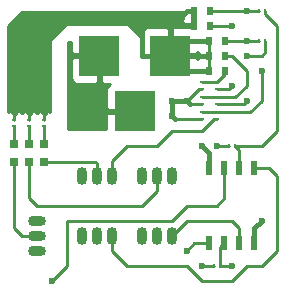
<source format=gbr>
G04 #@! TF.FileFunction,Copper,L1,Top,Signal*
%FSLAX46Y46*%
G04 Gerber Fmt 4.6, Leading zero omitted, Abs format (unit mm)*
G04 Created by KiCad (PCBNEW (2015-08-01 BZR 6032, Git 6a6a55f)-product) date 23-Aug-15 5:30:30 PM*
%MOMM*%
G01*
G04 APERTURE LIST*
%ADD10C,0.100000*%
%ADD11R,3.500120X3.500120*%
%ADD12R,0.600000X0.700000*%
%ADD13O,0.899160X1.501140*%
%ADD14O,1.501140X0.899160*%
%ADD15R,0.280000X0.430000*%
%ADD16R,0.430000X0.280000*%
%ADD17R,0.508000X1.143000*%
%ADD18R,0.797560X0.797560*%
%ADD19C,0.600000*%
%ADD20C,0.450000*%
%ADD21C,0.250000*%
%ADD22C,0.254000*%
G04 APERTURE END LIST*
D10*
D11*
X107800140Y-85090000D03*
X101800660Y-85090000D03*
X104800400Y-89789000D03*
D12*
X111190000Y-81280000D03*
X109790000Y-81280000D03*
X111190000Y-82550000D03*
X109790000Y-82550000D03*
X112460000Y-83820000D03*
X111060000Y-83820000D03*
X112460000Y-85090000D03*
X111060000Y-85090000D03*
X112460000Y-86360000D03*
X111060000Y-86360000D03*
D13*
X101600000Y-95250000D03*
X102870000Y-95250000D03*
X100330000Y-95250000D03*
X101600000Y-100330000D03*
X102870000Y-100330000D03*
X100330000Y-100330000D03*
X106680000Y-95250000D03*
X107950000Y-95250000D03*
X105410000Y-95250000D03*
X106680000Y-100330000D03*
X107950000Y-100330000D03*
X105410000Y-100330000D03*
D14*
X96520000Y-100330000D03*
X96520000Y-99060000D03*
X96520000Y-101600000D03*
D15*
X115315000Y-81280000D03*
X115825000Y-81280000D03*
X113285000Y-92710000D03*
X112775000Y-92710000D03*
D16*
X110490000Y-89915000D03*
X110490000Y-90425000D03*
X111760000Y-90425000D03*
X111760000Y-89915000D03*
X97155000Y-90550000D03*
X97155000Y-91060000D03*
D15*
X115315000Y-83820000D03*
X115825000Y-83820000D03*
X112015000Y-102870000D03*
X111505000Y-102870000D03*
D16*
X110490000Y-88645000D03*
X110490000Y-89155000D03*
X111760000Y-89155000D03*
X111760000Y-88645000D03*
X95885000Y-90550000D03*
X95885000Y-91060000D03*
X110490000Y-87375000D03*
X110490000Y-87885000D03*
X111760000Y-87885000D03*
X111760000Y-87375000D03*
X94615000Y-90550000D03*
X94615000Y-91060000D03*
D17*
X114935000Y-100965000D03*
X113665000Y-100965000D03*
X112395000Y-100965000D03*
X111125000Y-100965000D03*
X111125000Y-94615000D03*
X112395000Y-94615000D03*
X113665000Y-94615000D03*
X114935000Y-94615000D03*
D18*
X97155000Y-92595700D03*
X97155000Y-94094300D03*
X95885000Y-92595700D03*
X95885000Y-94094300D03*
X94615000Y-92595700D03*
X94615000Y-94094300D03*
D19*
X115570000Y-99060000D03*
X107950000Y-90170000D03*
X107950000Y-88900000D03*
X109220000Y-88900000D03*
X110490000Y-102870000D03*
X111760000Y-92710000D03*
X110490000Y-92710000D03*
X101600000Y-90170000D03*
X100330000Y-90170000D03*
X100330000Y-88900000D03*
X101600000Y-88900000D03*
X97790000Y-104140000D03*
X114300000Y-81280000D03*
X115570000Y-86360000D03*
X113030000Y-82550000D03*
X114300000Y-83820000D03*
X109220000Y-101600000D03*
X114300000Y-88900000D03*
X113030000Y-87630000D03*
X114300000Y-85090000D03*
X113030000Y-102870000D03*
D20*
X107800140Y-85090000D02*
X105410000Y-85090000D01*
X105410000Y-85090000D02*
X105410000Y-82550000D01*
X109220000Y-81280000D02*
X107950000Y-82550000D01*
X109220000Y-81280000D02*
X109790000Y-81280000D01*
D21*
X109790000Y-81280000D02*
X109790000Y-82550000D01*
D20*
X114935000Y-100965000D02*
X114935000Y-99695000D01*
X114935000Y-99695000D02*
X115570000Y-99060000D01*
X111060000Y-86360000D02*
X109070140Y-86360000D01*
X109070140Y-86360000D02*
X107800140Y-85090000D01*
X107800140Y-85090000D02*
X111060000Y-85090000D01*
D21*
X111060000Y-85090000D02*
X111060000Y-83820000D01*
D20*
X111060000Y-83820000D02*
X109220000Y-83820000D01*
X109220000Y-83820000D02*
X107950000Y-85090000D01*
D21*
X107950000Y-85090000D02*
X107800140Y-85090000D01*
X111060000Y-83820000D02*
X111060000Y-85090000D01*
X111060000Y-85090000D02*
X111060000Y-86360000D01*
X95885000Y-90550000D02*
X95885000Y-89535000D01*
D20*
X95885000Y-89535000D02*
X96520000Y-88900000D01*
D21*
X97155000Y-90550000D02*
X97155000Y-89535000D01*
D20*
X97155000Y-89535000D02*
X96520000Y-88900000D01*
X94615000Y-89535000D02*
X95250000Y-88900000D01*
X95885000Y-89535000D02*
X95250000Y-88900000D01*
D21*
X94615000Y-89535000D02*
X94615000Y-90550000D01*
D20*
X107950000Y-90170000D02*
X107950000Y-88900000D01*
X108205000Y-90425000D02*
X107950000Y-90170000D01*
X107950000Y-88900000D02*
X109220000Y-88900000D01*
D21*
X108205000Y-90425000D02*
X110490000Y-90425000D01*
X110490000Y-87885000D02*
X110235000Y-87885000D01*
X110490000Y-89155000D02*
X109475000Y-89155000D01*
D20*
X109475000Y-89155000D02*
X109220000Y-88900000D01*
D21*
X110235000Y-87885000D02*
X109220000Y-88900000D01*
X111505000Y-102870000D02*
X110490000Y-102870000D01*
D20*
X111125000Y-94615000D02*
X111125000Y-93345000D01*
D21*
X111760000Y-92710000D02*
X112775000Y-92710000D01*
D20*
X111125000Y-93345000D02*
X110490000Y-92710000D01*
X101600000Y-90170000D02*
X100330000Y-90170000D01*
X100330000Y-88900000D02*
X101600000Y-88900000D01*
D21*
X111190000Y-81280000D02*
X114300000Y-81280000D01*
X114300000Y-81280000D02*
X115315000Y-81280000D01*
X97790000Y-104140000D02*
X99060000Y-102870000D01*
X99060000Y-102870000D02*
X99060000Y-99060000D01*
X99060000Y-99060000D02*
X107950000Y-99060000D01*
X107950000Y-99060000D02*
X109220000Y-97790000D01*
X109220000Y-97790000D02*
X111760000Y-97790000D01*
X111760000Y-97790000D02*
X112395000Y-97155000D01*
X112395000Y-97155000D02*
X112395000Y-94615000D01*
X113030000Y-81280000D02*
X114300000Y-81280000D01*
X111190000Y-81280000D02*
X113030000Y-81280000D01*
X114045000Y-81280000D02*
X113030000Y-81280000D01*
X113030000Y-81280000D02*
X112460000Y-81280000D01*
X111190000Y-82550000D02*
X113030000Y-82550000D01*
X114555000Y-89915000D02*
X111760000Y-89915000D01*
X115570000Y-88900000D02*
X114555000Y-89915000D01*
X115570000Y-86360000D02*
X115570000Y-88900000D01*
X110490000Y-89915000D02*
X111760000Y-89915000D01*
X97155000Y-91060000D02*
X97155000Y-92595700D01*
X97155000Y-94094300D02*
X101485700Y-94094300D01*
X101600000Y-94208600D02*
X101600000Y-95250000D01*
X101485700Y-94094300D02*
X101600000Y-94208600D01*
X109220000Y-101600000D02*
X109855000Y-100965000D01*
X109855000Y-100965000D02*
X111125000Y-100965000D01*
X115315000Y-83820000D02*
X114300000Y-83820000D01*
X114300000Y-83820000D02*
X112460000Y-83820000D01*
X112460000Y-85090000D02*
X113030000Y-85090000D01*
X113285000Y-88645000D02*
X111760000Y-88645000D01*
X114300000Y-87630000D02*
X113285000Y-88645000D01*
X114300000Y-86360000D02*
X114300000Y-87630000D01*
X113030000Y-85090000D02*
X114300000Y-86360000D01*
X110490000Y-88645000D02*
X111760000Y-88645000D01*
X95885000Y-91060000D02*
X95885000Y-92595700D01*
X95885000Y-94094300D02*
X95885000Y-97155000D01*
X96520000Y-97790000D02*
X105410000Y-97790000D01*
X105410000Y-97790000D02*
X106680000Y-96520000D01*
X106680000Y-95250000D02*
X106680000Y-96520000D01*
X95885000Y-97155000D02*
X96520000Y-97790000D01*
X110490000Y-87375000D02*
X111760000Y-87375000D01*
X111760000Y-87375000D02*
X112460000Y-86675000D01*
X112460000Y-86675000D02*
X112460000Y-86360000D01*
X94615000Y-91060000D02*
X94615000Y-92595700D01*
X94615000Y-94094300D02*
X94615000Y-99695000D01*
X95250000Y-100330000D02*
X96520000Y-100330000D01*
X94615000Y-99695000D02*
X95250000Y-100330000D01*
X110490000Y-91440000D02*
X107950000Y-91440000D01*
X111505000Y-90425000D02*
X110490000Y-91440000D01*
X111760000Y-90425000D02*
X111505000Y-90425000D01*
X102870000Y-93980000D02*
X102870000Y-95250000D01*
X104140000Y-92710000D02*
X102870000Y-93980000D01*
X106680000Y-92710000D02*
X104140000Y-92710000D01*
X107950000Y-91440000D02*
X106680000Y-92710000D01*
X102870000Y-100330000D02*
X102870000Y-101600000D01*
X116205000Y-94615000D02*
X114935000Y-94615000D01*
X116840000Y-95250000D02*
X116205000Y-94615000D01*
X116840000Y-101600000D02*
X116840000Y-95250000D01*
X115570000Y-102870000D02*
X116840000Y-101600000D01*
X114300000Y-102870000D02*
X115570000Y-102870000D01*
X113030000Y-104140000D02*
X114300000Y-102870000D01*
X110490000Y-104140000D02*
X113030000Y-104140000D01*
X109220000Y-102870000D02*
X110490000Y-104140000D01*
X104140000Y-102870000D02*
X109220000Y-102870000D01*
X102870000Y-101600000D02*
X104140000Y-102870000D01*
X111760000Y-89155000D02*
X114045000Y-89155000D01*
X114045000Y-89155000D02*
X114300000Y-88900000D01*
X113665000Y-100965000D02*
X113665000Y-99695000D01*
X109220000Y-99060000D02*
X107950000Y-100330000D01*
X113030000Y-99060000D02*
X109220000Y-99060000D01*
X113665000Y-99695000D02*
X113030000Y-99060000D01*
X111760000Y-87885000D02*
X112775000Y-87885000D01*
X112775000Y-87885000D02*
X113030000Y-87630000D01*
X115825000Y-81280000D02*
X115825000Y-81535000D01*
X115570000Y-92710000D02*
X113285000Y-92710000D01*
X116840000Y-88900000D02*
X116840000Y-91440000D01*
X116840000Y-91440000D02*
X115570000Y-92710000D01*
X116840000Y-82550000D02*
X116840000Y-88900000D01*
X115825000Y-81535000D02*
X116840000Y-82550000D01*
X113665000Y-94615000D02*
X113665000Y-93090000D01*
X113665000Y-93090000D02*
X113285000Y-92710000D01*
X115825000Y-84835000D02*
X115570000Y-85090000D01*
X115570000Y-85090000D02*
X114300000Y-85090000D01*
X115825000Y-83820000D02*
X115825000Y-84835000D01*
X113030000Y-102870000D02*
X112015000Y-102870000D01*
X112015000Y-102870000D02*
X112015000Y-101345000D01*
X112015000Y-101345000D02*
X112395000Y-100965000D01*
D22*
G36*
X108855000Y-81407002D02*
X109013748Y-81407002D01*
X108855000Y-81565750D01*
X108855000Y-81756310D01*
X108920732Y-81915000D01*
X108855000Y-82073690D01*
X108855000Y-82264250D01*
X109013750Y-82423000D01*
X109663000Y-82423000D01*
X109663000Y-81407000D01*
X109917000Y-81407000D01*
X109917000Y-82423000D01*
X109937000Y-82423000D01*
X109937000Y-82677000D01*
X109917000Y-82677000D01*
X109917000Y-82697000D01*
X109663000Y-82697000D01*
X109663000Y-82677000D01*
X109013750Y-82677000D01*
X108985810Y-82704940D01*
X108085890Y-82704940D01*
X107927140Y-82863690D01*
X107927140Y-84963000D01*
X110026450Y-84963000D01*
X110155100Y-84834350D01*
X110283750Y-84963000D01*
X110363000Y-84963000D01*
X110363000Y-85217000D01*
X110283750Y-85217000D01*
X110155100Y-85345650D01*
X110026450Y-85217000D01*
X107927140Y-85217000D01*
X107927140Y-85237000D01*
X107673140Y-85237000D01*
X107673140Y-85217000D01*
X107653140Y-85217000D01*
X107653140Y-84963000D01*
X107673140Y-84963000D01*
X107673140Y-82863690D01*
X107514390Y-82704940D01*
X105923771Y-82704940D01*
X105690382Y-82801613D01*
X105511753Y-82980241D01*
X105415080Y-83213630D01*
X105415080Y-83645474D01*
X104229803Y-82460197D01*
X104187789Y-82432334D01*
X104140000Y-82423000D01*
X99060000Y-82423000D01*
X99010590Y-82433006D01*
X98970197Y-82460197D01*
X97700197Y-83730197D01*
X97672334Y-83772211D01*
X97663000Y-83820000D01*
X97663000Y-89844045D01*
X97496310Y-89775000D01*
X97421250Y-89775000D01*
X97262500Y-89933750D01*
X97262500Y-90043000D01*
X97047500Y-90043000D01*
X97047500Y-89933750D01*
X96888750Y-89775000D01*
X96813690Y-89775000D01*
X96580301Y-89871673D01*
X96520000Y-89931974D01*
X96459699Y-89871673D01*
X96226310Y-89775000D01*
X96151250Y-89775000D01*
X95992500Y-89933750D01*
X95992500Y-90043000D01*
X95777500Y-90043000D01*
X95777500Y-89933750D01*
X95618750Y-89775000D01*
X95543690Y-89775000D01*
X95310301Y-89871673D01*
X95250000Y-89931974D01*
X95189699Y-89871673D01*
X94956310Y-89775000D01*
X94881250Y-89775000D01*
X94722500Y-89933750D01*
X94722500Y-90043000D01*
X94507500Y-90043000D01*
X94507500Y-89933750D01*
X94348750Y-89775000D01*
X94273690Y-89775000D01*
X94107000Y-89844045D01*
X94107000Y-82602606D01*
X95302606Y-81407000D01*
X108855000Y-81407000D01*
X108855000Y-81407002D01*
X108855000Y-81407002D01*
G37*
X108855000Y-81407002D02*
X109013748Y-81407002D01*
X108855000Y-81565750D01*
X108855000Y-81756310D01*
X108920732Y-81915000D01*
X108855000Y-82073690D01*
X108855000Y-82264250D01*
X109013750Y-82423000D01*
X109663000Y-82423000D01*
X109663000Y-81407000D01*
X109917000Y-81407000D01*
X109917000Y-82423000D01*
X109937000Y-82423000D01*
X109937000Y-82677000D01*
X109917000Y-82677000D01*
X109917000Y-82697000D01*
X109663000Y-82697000D01*
X109663000Y-82677000D01*
X109013750Y-82677000D01*
X108985810Y-82704940D01*
X108085890Y-82704940D01*
X107927140Y-82863690D01*
X107927140Y-84963000D01*
X110026450Y-84963000D01*
X110155100Y-84834350D01*
X110283750Y-84963000D01*
X110363000Y-84963000D01*
X110363000Y-85217000D01*
X110283750Y-85217000D01*
X110155100Y-85345650D01*
X110026450Y-85217000D01*
X107927140Y-85217000D01*
X107927140Y-85237000D01*
X107673140Y-85237000D01*
X107673140Y-85217000D01*
X107653140Y-85217000D01*
X107653140Y-84963000D01*
X107673140Y-84963000D01*
X107673140Y-82863690D01*
X107514390Y-82704940D01*
X105923771Y-82704940D01*
X105690382Y-82801613D01*
X105511753Y-82980241D01*
X105415080Y-83213630D01*
X105415080Y-83645474D01*
X104229803Y-82460197D01*
X104187789Y-82432334D01*
X104140000Y-82423000D01*
X99060000Y-82423000D01*
X99010590Y-82433006D01*
X98970197Y-82460197D01*
X97700197Y-83730197D01*
X97672334Y-83772211D01*
X97663000Y-83820000D01*
X97663000Y-89844045D01*
X97496310Y-89775000D01*
X97421250Y-89775000D01*
X97262500Y-89933750D01*
X97262500Y-90043000D01*
X97047500Y-90043000D01*
X97047500Y-89933750D01*
X96888750Y-89775000D01*
X96813690Y-89775000D01*
X96580301Y-89871673D01*
X96520000Y-89931974D01*
X96459699Y-89871673D01*
X96226310Y-89775000D01*
X96151250Y-89775000D01*
X95992500Y-89933750D01*
X95992500Y-90043000D01*
X95777500Y-90043000D01*
X95777500Y-89933750D01*
X95618750Y-89775000D01*
X95543690Y-89775000D01*
X95310301Y-89871673D01*
X95250000Y-89931974D01*
X95189699Y-89871673D01*
X94956310Y-89775000D01*
X94881250Y-89775000D01*
X94722500Y-89933750D01*
X94722500Y-90043000D01*
X94507500Y-90043000D01*
X94507500Y-89933750D01*
X94348750Y-89775000D01*
X94273690Y-89775000D01*
X94107000Y-89844045D01*
X94107000Y-82602606D01*
X95302606Y-81407000D01*
X108855000Y-81407000D01*
X108855000Y-81407002D01*
G36*
X99415600Y-84804250D02*
X99574350Y-84963000D01*
X101673660Y-84963000D01*
X101673660Y-84943000D01*
X101927660Y-84943000D01*
X101927660Y-84963000D01*
X101947660Y-84963000D01*
X101947660Y-85217000D01*
X101927660Y-85217000D01*
X101927660Y-87316310D01*
X102086410Y-87475060D01*
X102752332Y-87475060D01*
X102690642Y-87500613D01*
X102512013Y-87679241D01*
X102415340Y-87912630D01*
X102415340Y-89503250D01*
X102574090Y-89662000D01*
X104013000Y-89662000D01*
X104013000Y-89916000D01*
X102574090Y-89916000D01*
X102415340Y-90074750D01*
X102415340Y-91313000D01*
X99187000Y-91313000D01*
X99187000Y-85375750D01*
X99415600Y-85375750D01*
X99415600Y-86966370D01*
X99512273Y-87199759D01*
X99690902Y-87378387D01*
X99924291Y-87475060D01*
X101514910Y-87475060D01*
X101673660Y-87316310D01*
X101673660Y-85217000D01*
X99574350Y-85217000D01*
X99415600Y-85375750D01*
X99187000Y-85375750D01*
X99187000Y-83947000D01*
X99415600Y-83947000D01*
X99415600Y-84804250D01*
X99415600Y-84804250D01*
G37*
X99415600Y-84804250D02*
X99574350Y-84963000D01*
X101673660Y-84963000D01*
X101673660Y-84943000D01*
X101927660Y-84943000D01*
X101927660Y-84963000D01*
X101947660Y-84963000D01*
X101947660Y-85217000D01*
X101927660Y-85217000D01*
X101927660Y-87316310D01*
X102086410Y-87475060D01*
X102752332Y-87475060D01*
X102690642Y-87500613D01*
X102512013Y-87679241D01*
X102415340Y-87912630D01*
X102415340Y-89503250D01*
X102574090Y-89662000D01*
X104013000Y-89662000D01*
X104013000Y-89916000D01*
X102574090Y-89916000D01*
X102415340Y-90074750D01*
X102415340Y-91313000D01*
X99187000Y-91313000D01*
X99187000Y-85375750D01*
X99415600Y-85375750D01*
X99415600Y-86966370D01*
X99512273Y-87199759D01*
X99690902Y-87378387D01*
X99924291Y-87475060D01*
X101514910Y-87475060D01*
X101673660Y-87316310D01*
X101673660Y-85217000D01*
X99574350Y-85217000D01*
X99415600Y-85375750D01*
X99187000Y-85375750D01*
X99187000Y-83947000D01*
X99415600Y-83947000D01*
X99415600Y-84804250D01*
M02*

</source>
